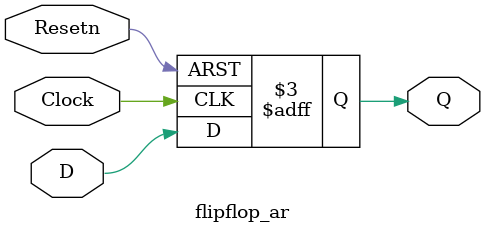
<source format=v>
module flipflop_ar (D, Clock, Resetn, Q);
  input D, Clock, Resetn;
  output Q;
  reg Q;

  always @(posedge Clock or negedge Resetn)
    if (Resetn == 0)
      Q <= 0;
    else
      Q <= D;

endmodule

</source>
